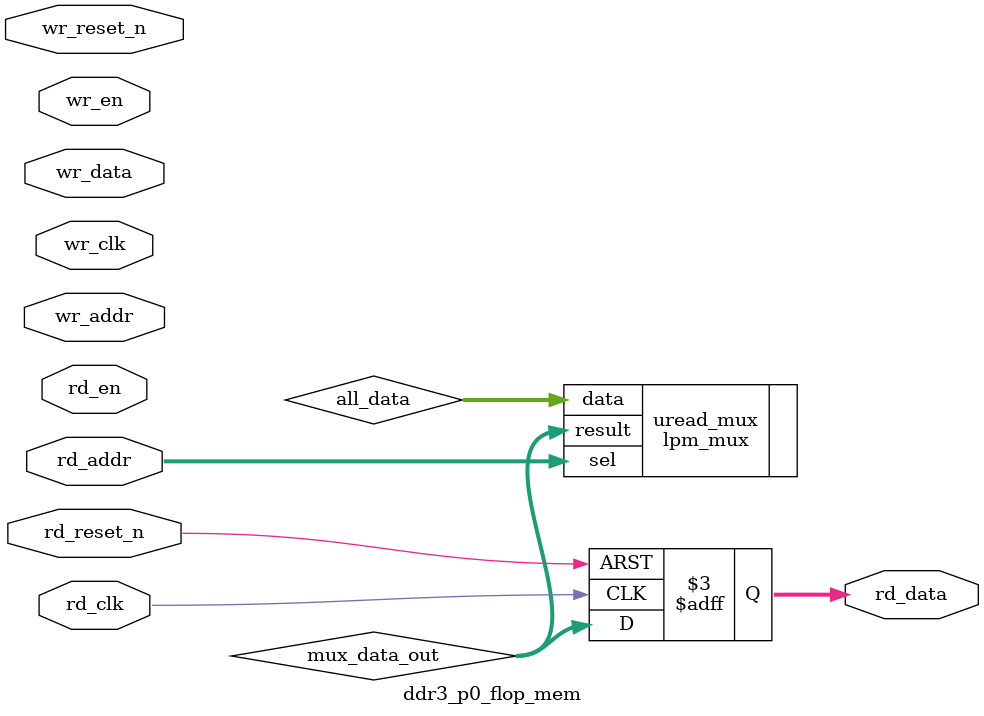
<source format=v>



`timescale 1 ps / 1 ps

(* altera_attribute = "-name ALLOW_SYNCH_CTRL_USAGE ON;-name AUTO_CLOCK_ENABLE_RECOGNITION ON" *)
module ddr3_p0_flop_mem(
	wr_reset_n,
	wr_clk,
	wr_en,
	wr_addr,
	wr_data,
	rd_reset_n,
	rd_clk,
	rd_en,
	rd_addr,
	rd_data
);

parameter WRITE_MEM_DEPTH	= "";
parameter WRITE_ADDR_WIDTH	= "";
parameter WRITE_DATA_WIDTH	= "";
parameter READ_MEM_DEPTH	= "";
parameter READ_ADDR_WIDTH	= "";		 
parameter READ_DATA_WIDTH	= "";


input	wr_reset_n;
input	wr_clk;
input	wr_en;
input	[WRITE_ADDR_WIDTH-1:0] wr_addr;
input	[WRITE_DATA_WIDTH-1:0] wr_data;
input	rd_reset_n;
input	rd_clk;
input	rd_en;
input	[READ_ADDR_WIDTH-1:0] rd_addr;
output	[READ_DATA_WIDTH-1:0] rd_data;



wire	[WRITE_DATA_WIDTH*WRITE_MEM_DEPTH-1:0] all_data;
wire	[READ_DATA_WIDTH-1:0] mux_data_out;



// declare a memory with WRITE_MEM_DEPTH entries
// each entry contains a data size of WRITE_DATA_WIDTH
reg	[WRITE_DATA_WIDTH-1:0] data_stored [0:WRITE_MEM_DEPTH-1] /* synthesis syn_preserve = 1 */;
reg	[READ_DATA_WIDTH-1:0] rd_data;

generate
genvar entry;
	for (entry=0; entry < WRITE_MEM_DEPTH; entry=entry+1)
	begin: mem_location
		assign all_data[(WRITE_DATA_WIDTH*(entry+1)-1) : (WRITE_DATA_WIDTH*entry)] = data_stored[entry]; 
		
		always @(posedge wr_clk or negedge wr_reset_n)
		begin
			if (~wr_reset_n) begin
				data_stored[entry] <= {WRITE_DATA_WIDTH{1'b0}};
			end else begin
				if (wr_en) begin
					if (entry == wr_addr) begin
						data_stored[entry] <= wr_data;
					end
				end
			end
		end		
	end
endgenerate

// mux to select the correct output data based on read address
lpm_mux	uread_mux(
	.sel (rd_addr),
	.data (all_data),
	.result (mux_data_out)
	// synopsys translate_off
	,
	.aclr (),
	.clken (),
	.clock ()
	// synopsys translate_on
	);
 defparam uread_mux.lpm_size = READ_MEM_DEPTH;
 defparam uread_mux.lpm_type = "LPM_MUX";
 defparam uread_mux.lpm_width = READ_DATA_WIDTH;
 defparam uread_mux.lpm_widths = READ_ADDR_WIDTH;

always @(posedge rd_clk or negedge rd_reset_n)	
begin
	if (~rd_reset_n) begin
		rd_data <= {READ_DATA_WIDTH{1'b0}};
	end else begin
		rd_data <= mux_data_out;
	end
end

endmodule

</source>
